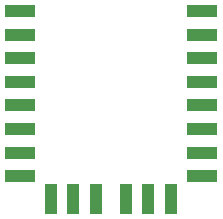
<source format=gbr>
G04 EasyPC Gerber Version 21.0.3 Build 4286 *
G04 #@! TF.Part,Single*
G04 #@! TF.FileFunction,Paste,Top *
G04 #@! TF.FilePolarity,Positive *
%FSLAX35Y35*%
%MOIN*%
G04 #@! TA.AperFunction,SMDPad*
%ADD71R,0.03931X0.10072*%
%ADD70R,0.10072X0.03931*%
X0Y0D02*
D02*
D70*
X195191Y35191D03*
Y43065D03*
Y50939D03*
Y58813D03*
Y66687D03*
Y74561D03*
Y82435D03*
Y90309D03*
X255821Y35191D03*
Y43065D03*
Y50939D03*
Y58813D03*
Y66687D03*
Y74561D03*
Y82435D03*
Y90309D03*
D02*
D71*
X205250Y27750D03*
X212750D03*
X220250D03*
X230250D03*
X237750D03*
X245250D03*
X0Y0D02*
M02*

</source>
